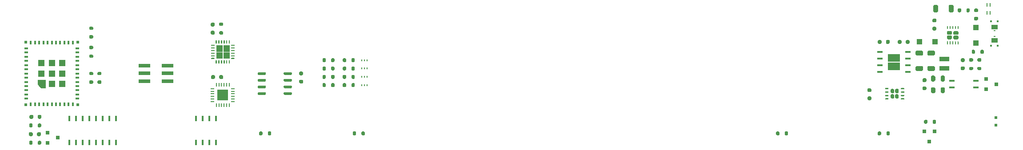
<source format=gtp>
%TF.GenerationSoftware,KiCad,Pcbnew,(5.1.8)-1*%
%TF.CreationDate,2022-07-19T09:06:52+02:00*%
%TF.ProjectId,Hardware,48617264-7761-4726-952e-6b696361645f,rev?*%
%TF.SameCoordinates,Original*%
%TF.FileFunction,Paste,Top*%
%TF.FilePolarity,Positive*%
%FSLAX46Y46*%
G04 Gerber Fmt 4.6, Leading zero omitted, Abs format (unit mm)*
G04 Created by KiCad (PCBNEW (5.1.8)-1) date 2022-07-19 09:06:52*
%MOMM*%
%LPD*%
G01*
G04 APERTURE LIST*
%ADD10C,0.100000*%
%ADD11C,0.010000*%
%ADD12R,0.650240X0.203200*%
%ADD13R,0.203200X0.650240*%
%ADD14R,2.072640X2.072640*%
%ADD15R,1.000000X0.976000*%
%ADD16R,0.976000X1.000000*%
%ADD17R,0.240000X0.640000*%
%ADD18R,0.720000X0.640000*%
%ADD19R,0.320000X0.400000*%
%ADD20R,1.280000X0.880000*%
%ADD21R,0.320000X0.280000*%
%ADD22R,2.240000X0.800000*%
%ADD23R,1.097280X0.386080*%
%ADD24R,1.117600X0.447040*%
%ADD25R,0.447040X1.117600*%
%ADD26R,0.223520X0.406400*%
%ADD27R,0.560000X0.560000*%
%ADD28R,1.160000X1.160000*%
%ADD29R,0.640000X0.320000*%
%ADD30R,0.320000X0.640000*%
%ADD31R,0.640000X0.720000*%
%ADD32R,1.920000X0.840000*%
%ADD33R,0.560000X0.480000*%
G04 APERTURE END LIST*
D10*
%TO.C,U7*%
G36*
X189584000Y-106132300D02*
G01*
X189584000Y-107532500D01*
X191797000Y-107532500D01*
X191797000Y-106132300D01*
X189584000Y-106132300D01*
G37*
X189584000Y-106132300D02*
X189584000Y-107532500D01*
X191797000Y-107532500D01*
X191797000Y-106132300D01*
X189584000Y-106132300D01*
G36*
X189584000Y-107732500D02*
G01*
X189584000Y-109132700D01*
X191797000Y-109132700D01*
X191797000Y-107732500D01*
X189584000Y-107732500D01*
G37*
X189584000Y-107732500D02*
X189584000Y-109132700D01*
X191797000Y-109132700D01*
X191797000Y-107732500D01*
X189584000Y-107732500D01*
%TO.C,U4*%
G36*
X62965000Y-105827500D02*
G01*
X62965000Y-106948300D01*
X64085800Y-106948300D01*
X64085800Y-105827500D01*
X62965000Y-105827500D01*
G37*
X62965000Y-105827500D02*
X62965000Y-106948300D01*
X64085800Y-106948300D01*
X64085800Y-105827500D01*
X62965000Y-105827500D01*
G36*
X62965000Y-104506700D02*
G01*
X62965000Y-105627500D01*
X64085800Y-105627500D01*
X64085800Y-104506700D01*
X62965000Y-104506700D01*
G37*
X62965000Y-104506700D02*
X62965000Y-105627500D01*
X64085800Y-105627500D01*
X64085800Y-104506700D01*
X62965000Y-104506700D01*
G36*
X61644200Y-105827500D02*
G01*
X61644200Y-106948300D01*
X62765000Y-106948300D01*
X62765000Y-105827500D01*
X61644200Y-105827500D01*
G37*
X61644200Y-105827500D02*
X61644200Y-106948300D01*
X62765000Y-106948300D01*
X62765000Y-105827500D01*
X61644200Y-105827500D01*
G36*
X61644200Y-104506700D02*
G01*
X61644200Y-105627500D01*
X62765000Y-105627500D01*
X62765000Y-104506700D01*
X61644200Y-104506700D01*
G37*
X61644200Y-104506700D02*
X61644200Y-105627500D01*
X62765000Y-105627500D01*
X62765000Y-104506700D01*
X61644200Y-104506700D01*
D11*
%TO.C,U2*%
G36*
X29036500Y-111105000D02*
G01*
X29036500Y-112555000D01*
X28186500Y-112555000D01*
X27586500Y-111955000D01*
X27586500Y-111105000D01*
X29036500Y-111105000D01*
G37*
X29036500Y-111105000D02*
X29036500Y-112555000D01*
X28186500Y-112555000D01*
X27586500Y-111955000D01*
X27586500Y-111105000D01*
X29036500Y-111105000D01*
%TD*%
D12*
%TO.C,U5*%
X60922400Y-112731000D03*
X60922400Y-113230999D03*
X60922400Y-113731000D03*
X60922400Y-114231000D03*
X60922400Y-114731001D03*
X60922400Y-115231000D03*
D13*
X61615500Y-115924100D03*
X62115499Y-115924100D03*
X62615500Y-115924100D03*
X63115500Y-115924100D03*
X63615501Y-115924100D03*
X64115500Y-115924100D03*
D12*
X64808600Y-115231000D03*
X64808600Y-114731001D03*
X64808600Y-114231000D03*
X64808600Y-113731000D03*
X64808600Y-113230999D03*
X64808600Y-112731000D03*
D13*
X64115500Y-112037900D03*
X63615501Y-112037900D03*
X63115500Y-112037900D03*
X62615500Y-112037900D03*
X62115499Y-112037900D03*
X61615500Y-112037900D03*
D14*
X62865500Y-113981000D03*
%TD*%
%TO.C,R26*%
G36*
G01*
X39590000Y-110175000D02*
X39150000Y-110175000D01*
G75*
G02*
X38990000Y-110015000I0J160000D01*
G01*
X38990000Y-109695000D01*
G75*
G02*
X39150000Y-109535000I160000J0D01*
G01*
X39590000Y-109535000D01*
G75*
G02*
X39750000Y-109695000I0J-160000D01*
G01*
X39750000Y-110015000D01*
G75*
G02*
X39590000Y-110175000I-160000J0D01*
G01*
G37*
G36*
G01*
X39590000Y-111825000D02*
X39150000Y-111825000D01*
G75*
G02*
X38990000Y-111665000I0J160000D01*
G01*
X38990000Y-111345000D01*
G75*
G02*
X39150000Y-111185000I160000J0D01*
G01*
X39590000Y-111185000D01*
G75*
G02*
X39750000Y-111345000I0J-160000D01*
G01*
X39750000Y-111665000D01*
G75*
G02*
X39590000Y-111825000I-160000J0D01*
G01*
G37*
%TD*%
%TO.C,R25*%
G36*
G01*
X38002500Y-110175000D02*
X37562500Y-110175000D01*
G75*
G02*
X37402500Y-110015000I0J160000D01*
G01*
X37402500Y-109695000D01*
G75*
G02*
X37562500Y-109535000I160000J0D01*
G01*
X38002500Y-109535000D01*
G75*
G02*
X38162500Y-109695000I0J-160000D01*
G01*
X38162500Y-110015000D01*
G75*
G02*
X38002500Y-110175000I-160000J0D01*
G01*
G37*
G36*
G01*
X38002500Y-111825000D02*
X37562500Y-111825000D01*
G75*
G02*
X37402500Y-111665000I0J160000D01*
G01*
X37402500Y-111345000D01*
G75*
G02*
X37562500Y-111185000I160000J0D01*
G01*
X38002500Y-111185000D01*
G75*
G02*
X38162500Y-111345000I0J-160000D01*
G01*
X38162500Y-111665000D01*
G75*
G02*
X38002500Y-111825000I-160000J0D01*
G01*
G37*
%TD*%
D15*
%TO.C,D3*%
X198530000Y-103822500D03*
X195580000Y-103822500D03*
%TD*%
D16*
%TO.C,D2*%
X206375000Y-101063000D03*
X206375000Y-104013000D03*
%TD*%
D17*
%TO.C,L1*%
X208482000Y-96794600D03*
X209042000Y-96794600D03*
X209042000Y-98298000D03*
X208482000Y-98298000D03*
%TD*%
%TO.C,U3*%
G36*
G01*
X189061000Y-112806000D02*
X189061000Y-112686000D01*
G75*
G02*
X189121000Y-112626000I60000J0D01*
G01*
X189641000Y-112626000D01*
G75*
G02*
X189701000Y-112686000I0J-60000D01*
G01*
X189701000Y-112806000D01*
G75*
G02*
X189641000Y-112866000I-60000J0D01*
G01*
X189121000Y-112866000D01*
G75*
G02*
X189061000Y-112806000I0J60000D01*
G01*
G37*
G36*
G01*
X189061000Y-113456000D02*
X189061000Y-113336000D01*
G75*
G02*
X189121000Y-113276000I60000J0D01*
G01*
X189641000Y-113276000D01*
G75*
G02*
X189701000Y-113336000I0J-60000D01*
G01*
X189701000Y-113456000D01*
G75*
G02*
X189641000Y-113516000I-60000J0D01*
G01*
X189121000Y-113516000D01*
G75*
G02*
X189061000Y-113456000I0J60000D01*
G01*
G37*
G36*
G01*
X189061000Y-114106000D02*
X189061000Y-113986000D01*
G75*
G02*
X189121000Y-113926000I60000J0D01*
G01*
X189641000Y-113926000D01*
G75*
G02*
X189701000Y-113986000I0J-60000D01*
G01*
X189701000Y-114106000D01*
G75*
G02*
X189641000Y-114166000I-60000J0D01*
G01*
X189121000Y-114166000D01*
G75*
G02*
X189061000Y-114106000I0J60000D01*
G01*
G37*
G36*
G01*
X189061000Y-114756000D02*
X189061000Y-114636000D01*
G75*
G02*
X189121000Y-114576000I60000J0D01*
G01*
X189641000Y-114576000D01*
G75*
G02*
X189701000Y-114636000I0J-60000D01*
G01*
X189701000Y-114756000D01*
G75*
G02*
X189641000Y-114816000I-60000J0D01*
G01*
X189121000Y-114816000D01*
G75*
G02*
X189061000Y-114756000I0J60000D01*
G01*
G37*
G36*
G01*
X192061000Y-114756000D02*
X192061000Y-114636000D01*
G75*
G02*
X192121000Y-114576000I60000J0D01*
G01*
X192641000Y-114576000D01*
G75*
G02*
X192701000Y-114636000I0J-60000D01*
G01*
X192701000Y-114756000D01*
G75*
G02*
X192641000Y-114816000I-60000J0D01*
G01*
X192121000Y-114816000D01*
G75*
G02*
X192061000Y-114756000I0J60000D01*
G01*
G37*
G36*
G01*
X192061000Y-114106000D02*
X192061000Y-113986000D01*
G75*
G02*
X192121000Y-113926000I60000J0D01*
G01*
X192641000Y-113926000D01*
G75*
G02*
X192701000Y-113986000I0J-60000D01*
G01*
X192701000Y-114106000D01*
G75*
G02*
X192641000Y-114166000I-60000J0D01*
G01*
X192121000Y-114166000D01*
G75*
G02*
X192061000Y-114106000I0J60000D01*
G01*
G37*
G36*
G01*
X192061000Y-113456000D02*
X192061000Y-113336000D01*
G75*
G02*
X192121000Y-113276000I60000J0D01*
G01*
X192641000Y-113276000D01*
G75*
G02*
X192701000Y-113336000I0J-60000D01*
G01*
X192701000Y-113456000D01*
G75*
G02*
X192641000Y-113516000I-60000J0D01*
G01*
X192121000Y-113516000D01*
G75*
G02*
X192061000Y-113456000I0J60000D01*
G01*
G37*
G36*
G01*
X192061000Y-112806000D02*
X192061000Y-112686000D01*
G75*
G02*
X192121000Y-112626000I60000J0D01*
G01*
X192641000Y-112626000D01*
G75*
G02*
X192701000Y-112686000I0J-60000D01*
G01*
X192701000Y-112806000D01*
G75*
G02*
X192641000Y-112866000I-60000J0D01*
G01*
X192121000Y-112866000D01*
G75*
G02*
X192061000Y-112806000I0J60000D01*
G01*
G37*
G36*
G01*
X190111000Y-113453500D02*
X190111000Y-112968500D01*
G75*
G02*
X190283500Y-112796000I172500J0D01*
G01*
X190628500Y-112796000D01*
G75*
G02*
X190801000Y-112968500I0J-172500D01*
G01*
X190801000Y-113453500D01*
G75*
G02*
X190628500Y-113626000I-172500J0D01*
G01*
X190283500Y-113626000D01*
G75*
G02*
X190111000Y-113453500I0J172500D01*
G01*
G37*
G36*
G01*
X190111000Y-114473500D02*
X190111000Y-113988500D01*
G75*
G02*
X190283500Y-113816000I172500J0D01*
G01*
X190628500Y-113816000D01*
G75*
G02*
X190801000Y-113988500I0J-172500D01*
G01*
X190801000Y-114473500D01*
G75*
G02*
X190628500Y-114646000I-172500J0D01*
G01*
X190283500Y-114646000D01*
G75*
G02*
X190111000Y-114473500I0J172500D01*
G01*
G37*
G36*
G01*
X190961000Y-113453500D02*
X190961000Y-112968500D01*
G75*
G02*
X191133500Y-112796000I172500J0D01*
G01*
X191478500Y-112796000D01*
G75*
G02*
X191651000Y-112968500I0J-172500D01*
G01*
X191651000Y-113453500D01*
G75*
G02*
X191478500Y-113626000I-172500J0D01*
G01*
X191133500Y-113626000D01*
G75*
G02*
X190961000Y-113453500I0J172500D01*
G01*
G37*
G36*
G01*
X190961000Y-114473500D02*
X190961000Y-113988500D01*
G75*
G02*
X191133500Y-113816000I172500J0D01*
G01*
X191478500Y-113816000D01*
G75*
G02*
X191651000Y-113988500I0J-172500D01*
G01*
X191651000Y-114473500D01*
G75*
G02*
X191478500Y-114646000I-172500J0D01*
G01*
X191133500Y-114646000D01*
G75*
G02*
X190961000Y-114473500I0J172500D01*
G01*
G37*
%TD*%
%TO.C,U6*%
G36*
G01*
X200980000Y-104295000D02*
X200880000Y-104295000D01*
G75*
G02*
X200830000Y-104245000I0J50000D01*
G01*
X200830000Y-103785000D01*
G75*
G02*
X200880000Y-103735000I50000J0D01*
G01*
X200980000Y-103735000D01*
G75*
G02*
X201030000Y-103785000I0J-50000D01*
G01*
X201030000Y-104245000D01*
G75*
G02*
X200980000Y-104295000I-50000J0D01*
G01*
G37*
G36*
G01*
X201480000Y-104295000D02*
X201380000Y-104295000D01*
G75*
G02*
X201330000Y-104245000I0J50000D01*
G01*
X201330000Y-103785000D01*
G75*
G02*
X201380000Y-103735000I50000J0D01*
G01*
X201480000Y-103735000D01*
G75*
G02*
X201530000Y-103785000I0J-50000D01*
G01*
X201530000Y-104245000D01*
G75*
G02*
X201480000Y-104295000I-50000J0D01*
G01*
G37*
G36*
G01*
X201980000Y-104295000D02*
X201880000Y-104295000D01*
G75*
G02*
X201830000Y-104245000I0J50000D01*
G01*
X201830000Y-103785000D01*
G75*
G02*
X201880000Y-103735000I50000J0D01*
G01*
X201980000Y-103735000D01*
G75*
G02*
X202030000Y-103785000I0J-50000D01*
G01*
X202030000Y-104245000D01*
G75*
G02*
X201980000Y-104295000I-50000J0D01*
G01*
G37*
G36*
G01*
X202480000Y-104295000D02*
X202380000Y-104295000D01*
G75*
G02*
X202330000Y-104245000I0J50000D01*
G01*
X202330000Y-103785000D01*
G75*
G02*
X202380000Y-103735000I50000J0D01*
G01*
X202480000Y-103735000D01*
G75*
G02*
X202530000Y-103785000I0J-50000D01*
G01*
X202530000Y-104245000D01*
G75*
G02*
X202480000Y-104295000I-50000J0D01*
G01*
G37*
G36*
G01*
X202980000Y-104295000D02*
X202880000Y-104295000D01*
G75*
G02*
X202830000Y-104245000I0J50000D01*
G01*
X202830000Y-103785000D01*
G75*
G02*
X202880000Y-103735000I50000J0D01*
G01*
X202980000Y-103735000D01*
G75*
G02*
X203030000Y-103785000I0J-50000D01*
G01*
X203030000Y-104245000D01*
G75*
G02*
X202980000Y-104295000I-50000J0D01*
G01*
G37*
G36*
G01*
X202980000Y-101370000D02*
X202880000Y-101370000D01*
G75*
G02*
X202830000Y-101320000I0J50000D01*
G01*
X202830000Y-100860000D01*
G75*
G02*
X202880000Y-100810000I50000J0D01*
G01*
X202980000Y-100810000D01*
G75*
G02*
X203030000Y-100860000I0J-50000D01*
G01*
X203030000Y-101320000D01*
G75*
G02*
X202980000Y-101370000I-50000J0D01*
G01*
G37*
G36*
G01*
X202480000Y-101370000D02*
X202380000Y-101370000D01*
G75*
G02*
X202330000Y-101320000I0J50000D01*
G01*
X202330000Y-100860000D01*
G75*
G02*
X202380000Y-100810000I50000J0D01*
G01*
X202480000Y-100810000D01*
G75*
G02*
X202530000Y-100860000I0J-50000D01*
G01*
X202530000Y-101320000D01*
G75*
G02*
X202480000Y-101370000I-50000J0D01*
G01*
G37*
G36*
G01*
X201980000Y-101370000D02*
X201880000Y-101370000D01*
G75*
G02*
X201830000Y-101320000I0J50000D01*
G01*
X201830000Y-100860000D01*
G75*
G02*
X201880000Y-100810000I50000J0D01*
G01*
X201980000Y-100810000D01*
G75*
G02*
X202030000Y-100860000I0J-50000D01*
G01*
X202030000Y-101320000D01*
G75*
G02*
X201980000Y-101370000I-50000J0D01*
G01*
G37*
G36*
G01*
X201480000Y-101370000D02*
X201380000Y-101370000D01*
G75*
G02*
X201330000Y-101320000I0J50000D01*
G01*
X201330000Y-100860000D01*
G75*
G02*
X201380000Y-100810000I50000J0D01*
G01*
X201480000Y-100810000D01*
G75*
G02*
X201530000Y-100860000I0J-50000D01*
G01*
X201530000Y-101320000D01*
G75*
G02*
X201480000Y-101370000I-50000J0D01*
G01*
G37*
G36*
G01*
X200980000Y-101370000D02*
X200880000Y-101370000D01*
G75*
G02*
X200830000Y-101320000I0J50000D01*
G01*
X200830000Y-100860000D01*
G75*
G02*
X200880000Y-100810000I50000J0D01*
G01*
X200980000Y-100810000D01*
G75*
G02*
X201030000Y-100860000I0J-50000D01*
G01*
X201030000Y-101320000D01*
G75*
G02*
X200980000Y-101370000I-50000J0D01*
G01*
G37*
G36*
G01*
X201637500Y-103322500D02*
X200972500Y-103322500D01*
G75*
G02*
X200800000Y-103150000I0J172500D01*
G01*
X200800000Y-102805000D01*
G75*
G02*
X200972500Y-102632500I172500J0D01*
G01*
X201637500Y-102632500D01*
G75*
G02*
X201810000Y-102805000I0J-172500D01*
G01*
X201810000Y-103150000D01*
G75*
G02*
X201637500Y-103322500I-172500J0D01*
G01*
G37*
G36*
G01*
X202887500Y-103322500D02*
X202222500Y-103322500D01*
G75*
G02*
X202050000Y-103150000I0J172500D01*
G01*
X202050000Y-102805000D01*
G75*
G02*
X202222500Y-102632500I172500J0D01*
G01*
X202887500Y-102632500D01*
G75*
G02*
X203060000Y-102805000I0J-172500D01*
G01*
X203060000Y-103150000D01*
G75*
G02*
X202887500Y-103322500I-172500J0D01*
G01*
G37*
G36*
G01*
X201637500Y-102472500D02*
X200972500Y-102472500D01*
G75*
G02*
X200800000Y-102300000I0J172500D01*
G01*
X200800000Y-101955000D01*
G75*
G02*
X200972500Y-101782500I172500J0D01*
G01*
X201637500Y-101782500D01*
G75*
G02*
X201810000Y-101955000I0J-172500D01*
G01*
X201810000Y-102300000D01*
G75*
G02*
X201637500Y-102472500I-172500J0D01*
G01*
G37*
G36*
G01*
X202887500Y-102472500D02*
X202222500Y-102472500D01*
G75*
G02*
X202050000Y-102300000I0J172500D01*
G01*
X202050000Y-101955000D01*
G75*
G02*
X202222500Y-101782500I172500J0D01*
G01*
X202887500Y-101782500D01*
G75*
G02*
X203060000Y-101955000I0J-172500D01*
G01*
X203060000Y-102300000D01*
G75*
G02*
X202887500Y-102472500I-172500J0D01*
G01*
G37*
%TD*%
D18*
%TO.C,D5*%
X208280000Y-110934500D03*
X208280000Y-112834500D03*
X210280000Y-111884500D03*
%TD*%
%TO.C,U8*%
G36*
G01*
X74467500Y-109975000D02*
X74467500Y-109735000D01*
G75*
G02*
X74587500Y-109615000I120000J0D01*
G01*
X75907500Y-109615000D01*
G75*
G02*
X76027500Y-109735000I0J-120000D01*
G01*
X76027500Y-109975000D01*
G75*
G02*
X75907500Y-110095000I-120000J0D01*
G01*
X74587500Y-110095000D01*
G75*
G02*
X74467500Y-109975000I0J120000D01*
G01*
G37*
G36*
G01*
X74467500Y-111245000D02*
X74467500Y-111005000D01*
G75*
G02*
X74587500Y-110885000I120000J0D01*
G01*
X75907500Y-110885000D01*
G75*
G02*
X76027500Y-111005000I0J-120000D01*
G01*
X76027500Y-111245000D01*
G75*
G02*
X75907500Y-111365000I-120000J0D01*
G01*
X74587500Y-111365000D01*
G75*
G02*
X74467500Y-111245000I0J120000D01*
G01*
G37*
G36*
G01*
X74467500Y-112515000D02*
X74467500Y-112275000D01*
G75*
G02*
X74587500Y-112155000I120000J0D01*
G01*
X75907500Y-112155000D01*
G75*
G02*
X76027500Y-112275000I0J-120000D01*
G01*
X76027500Y-112515000D01*
G75*
G02*
X75907500Y-112635000I-120000J0D01*
G01*
X74587500Y-112635000D01*
G75*
G02*
X74467500Y-112515000I0J120000D01*
G01*
G37*
G36*
G01*
X74467500Y-113785000D02*
X74467500Y-113545000D01*
G75*
G02*
X74587500Y-113425000I120000J0D01*
G01*
X75907500Y-113425000D01*
G75*
G02*
X76027500Y-113545000I0J-120000D01*
G01*
X76027500Y-113785000D01*
G75*
G02*
X75907500Y-113905000I-120000J0D01*
G01*
X74587500Y-113905000D01*
G75*
G02*
X74467500Y-113785000I0J120000D01*
G01*
G37*
G36*
G01*
X69517500Y-113785000D02*
X69517500Y-113545000D01*
G75*
G02*
X69637500Y-113425000I120000J0D01*
G01*
X70957500Y-113425000D01*
G75*
G02*
X71077500Y-113545000I0J-120000D01*
G01*
X71077500Y-113785000D01*
G75*
G02*
X70957500Y-113905000I-120000J0D01*
G01*
X69637500Y-113905000D01*
G75*
G02*
X69517500Y-113785000I0J120000D01*
G01*
G37*
G36*
G01*
X69517500Y-112515000D02*
X69517500Y-112275000D01*
G75*
G02*
X69637500Y-112155000I120000J0D01*
G01*
X70957500Y-112155000D01*
G75*
G02*
X71077500Y-112275000I0J-120000D01*
G01*
X71077500Y-112515000D01*
G75*
G02*
X70957500Y-112635000I-120000J0D01*
G01*
X69637500Y-112635000D01*
G75*
G02*
X69517500Y-112515000I0J120000D01*
G01*
G37*
G36*
G01*
X69517500Y-111245000D02*
X69517500Y-111005000D01*
G75*
G02*
X69637500Y-110885000I120000J0D01*
G01*
X70957500Y-110885000D01*
G75*
G02*
X71077500Y-111005000I0J-120000D01*
G01*
X71077500Y-111245000D01*
G75*
G02*
X70957500Y-111365000I-120000J0D01*
G01*
X69637500Y-111365000D01*
G75*
G02*
X69517500Y-111245000I0J120000D01*
G01*
G37*
G36*
G01*
X69517500Y-109975000D02*
X69517500Y-109735000D01*
G75*
G02*
X69637500Y-109615000I120000J0D01*
G01*
X70957500Y-109615000D01*
G75*
G02*
X71077500Y-109735000I0J-120000D01*
G01*
X71077500Y-109975000D01*
G75*
G02*
X70957500Y-110095000I-120000J0D01*
G01*
X69637500Y-110095000D01*
G75*
G02*
X69517500Y-109975000I0J120000D01*
G01*
G37*
%TD*%
%TO.C,C14*%
G36*
G01*
X77587500Y-111045000D02*
X77987500Y-111045000D01*
G75*
G02*
X78167500Y-111225000I0J-180000D01*
G01*
X78167500Y-111585000D01*
G75*
G02*
X77987500Y-111765000I-180000J0D01*
G01*
X77587500Y-111765000D01*
G75*
G02*
X77407500Y-111585000I0J180000D01*
G01*
X77407500Y-111225000D01*
G75*
G02*
X77587500Y-111045000I180000J0D01*
G01*
G37*
G36*
G01*
X77587500Y-109495000D02*
X77987500Y-109495000D01*
G75*
G02*
X78167500Y-109675000I0J-180000D01*
G01*
X78167500Y-110035000D01*
G75*
G02*
X77987500Y-110215000I-180000J0D01*
G01*
X77587500Y-110215000D01*
G75*
G02*
X77407500Y-110035000I0J180000D01*
G01*
X77407500Y-109675000D01*
G75*
G02*
X77587500Y-109495000I180000J0D01*
G01*
G37*
%TD*%
%TO.C,R24*%
G36*
G01*
X188280000Y-121065000D02*
X188280000Y-121505000D01*
G75*
G02*
X188120000Y-121665000I-160000J0D01*
G01*
X187800000Y-121665000D01*
G75*
G02*
X187640000Y-121505000I0J160000D01*
G01*
X187640000Y-121065000D01*
G75*
G02*
X187800000Y-120905000I160000J0D01*
G01*
X188120000Y-120905000D01*
G75*
G02*
X188280000Y-121065000I0J-160000D01*
G01*
G37*
G36*
G01*
X189930000Y-121065000D02*
X189930000Y-121505000D01*
G75*
G02*
X189770000Y-121665000I-160000J0D01*
G01*
X189450000Y-121665000D01*
G75*
G02*
X189290000Y-121505000I0J160000D01*
G01*
X189290000Y-121065000D01*
G75*
G02*
X189450000Y-120905000I160000J0D01*
G01*
X189770000Y-120905000D01*
G75*
G02*
X189930000Y-121065000I0J-160000D01*
G01*
G37*
%TD*%
%TO.C,R23*%
G36*
G01*
X168912500Y-121065000D02*
X168912500Y-121505000D01*
G75*
G02*
X168752500Y-121665000I-160000J0D01*
G01*
X168432500Y-121665000D01*
G75*
G02*
X168272500Y-121505000I0J160000D01*
G01*
X168272500Y-121065000D01*
G75*
G02*
X168432500Y-120905000I160000J0D01*
G01*
X168752500Y-120905000D01*
G75*
G02*
X168912500Y-121065000I0J-160000D01*
G01*
G37*
G36*
G01*
X170562500Y-121065000D02*
X170562500Y-121505000D01*
G75*
G02*
X170402500Y-121665000I-160000J0D01*
G01*
X170082500Y-121665000D01*
G75*
G02*
X169922500Y-121505000I0J160000D01*
G01*
X169922500Y-121065000D01*
G75*
G02*
X170082500Y-120905000I160000J0D01*
G01*
X170402500Y-120905000D01*
G75*
G02*
X170562500Y-121065000I0J-160000D01*
G01*
G37*
%TD*%
%TO.C,R22*%
G36*
G01*
X88267500Y-121065000D02*
X88267500Y-121505000D01*
G75*
G02*
X88107500Y-121665000I-160000J0D01*
G01*
X87787500Y-121665000D01*
G75*
G02*
X87627500Y-121505000I0J160000D01*
G01*
X87627500Y-121065000D01*
G75*
G02*
X87787500Y-120905000I160000J0D01*
G01*
X88107500Y-120905000D01*
G75*
G02*
X88267500Y-121065000I0J-160000D01*
G01*
G37*
G36*
G01*
X89917500Y-121065000D02*
X89917500Y-121505000D01*
G75*
G02*
X89757500Y-121665000I-160000J0D01*
G01*
X89437500Y-121665000D01*
G75*
G02*
X89277500Y-121505000I0J160000D01*
G01*
X89277500Y-121065000D01*
G75*
G02*
X89437500Y-120905000I160000J0D01*
G01*
X89757500Y-120905000D01*
G75*
G02*
X89917500Y-121065000I0J-160000D01*
G01*
G37*
%TD*%
%TO.C,R21*%
G36*
G01*
X70425000Y-121065000D02*
X70425000Y-121505000D01*
G75*
G02*
X70265000Y-121665000I-160000J0D01*
G01*
X69945000Y-121665000D01*
G75*
G02*
X69785000Y-121505000I0J160000D01*
G01*
X69785000Y-121065000D01*
G75*
G02*
X69945000Y-120905000I160000J0D01*
G01*
X70265000Y-120905000D01*
G75*
G02*
X70425000Y-121065000I0J-160000D01*
G01*
G37*
G36*
G01*
X72075000Y-121065000D02*
X72075000Y-121505000D01*
G75*
G02*
X71915000Y-121665000I-160000J0D01*
G01*
X71595000Y-121665000D01*
G75*
G02*
X71435000Y-121505000I0J160000D01*
G01*
X71435000Y-121065000D01*
G75*
G02*
X71595000Y-120905000I160000J0D01*
G01*
X71915000Y-120905000D01*
G75*
G02*
X72075000Y-121065000I0J-160000D01*
G01*
G37*
%TD*%
D19*
%TO.C,D7*%
X210517500Y-99915000D03*
X209217500Y-99915000D03*
D20*
X209867500Y-100965000D03*
D21*
X209867500Y-101690000D03*
%TD*%
D19*
%TO.C,D4*%
X209217500Y-104555000D03*
X210517500Y-104555000D03*
D20*
X209867500Y-103505000D03*
D21*
X209867500Y-102780000D03*
%TD*%
%TO.C,R16*%
G36*
G01*
X199615000Y-111167502D02*
X199615000Y-110447498D01*
G75*
G02*
X199814998Y-110247500I199998J0D01*
G01*
X200235002Y-110247500D01*
G75*
G02*
X200435000Y-110447498I0J-199998D01*
G01*
X200435000Y-111167502D01*
G75*
G02*
X200235002Y-111367500I-199998J0D01*
G01*
X199814998Y-111367500D01*
G75*
G02*
X199615000Y-111167502I0J199998D01*
G01*
G37*
G36*
G01*
X197790000Y-111167502D02*
X197790000Y-110447498D01*
G75*
G02*
X197989998Y-110247500I199998J0D01*
G01*
X198410002Y-110247500D01*
G75*
G02*
X198610000Y-110447498I0J-199998D01*
G01*
X198610000Y-111167502D01*
G75*
G02*
X198410002Y-111367500I-199998J0D01*
G01*
X197989998Y-111367500D01*
G75*
G02*
X197790000Y-111167502I0J199998D01*
G01*
G37*
%TD*%
%TO.C,R15*%
G36*
G01*
X198610000Y-112669998D02*
X198610000Y-113390002D01*
G75*
G02*
X198410002Y-113590000I-199998J0D01*
G01*
X197989998Y-113590000D01*
G75*
G02*
X197790000Y-113390002I0J199998D01*
G01*
X197790000Y-112669998D01*
G75*
G02*
X197989998Y-112470000I199998J0D01*
G01*
X198410002Y-112470000D01*
G75*
G02*
X198610000Y-112669998I0J-199998D01*
G01*
G37*
G36*
G01*
X200435000Y-112669998D02*
X200435000Y-113390002D01*
G75*
G02*
X200235002Y-113590000I-199998J0D01*
G01*
X199814998Y-113590000D01*
G75*
G02*
X199615000Y-113390002I0J199998D01*
G01*
X199615000Y-112669998D01*
G75*
G02*
X199814998Y-112470000I199998J0D01*
G01*
X200235002Y-112470000D01*
G75*
G02*
X200435000Y-112669998I0J-199998D01*
G01*
G37*
%TD*%
D22*
%TO.C,LED1*%
X52366100Y-111339999D03*
X52366100Y-109840000D03*
X52366100Y-108340001D03*
X47963900Y-108340001D03*
X47963900Y-109840000D03*
X47963900Y-111339999D03*
%TD*%
D23*
%TO.C,U7*%
X188023500Y-105727500D03*
X188023500Y-106997500D03*
X188023500Y-108267500D03*
X188023500Y-109537500D03*
X193357500Y-109537500D03*
X193357500Y-108267500D03*
X193357500Y-106997500D03*
X193357500Y-105727500D03*
%TD*%
D24*
%TO.C,SW1*%
X201768000Y-111252000D03*
X201768000Y-112522000D03*
X206375000Y-112522000D03*
X206375000Y-111252000D03*
%TD*%
D25*
%TO.C,SW3*%
X57785000Y-123034500D03*
X59055000Y-123034500D03*
X60325000Y-123034500D03*
X61595000Y-123034500D03*
X61595000Y-118427500D03*
X60325000Y-118427500D03*
X59055000Y-118427500D03*
X57785000Y-118427500D03*
%TD*%
%TO.C,C12*%
G36*
G01*
X189213500Y-104022500D02*
X189213500Y-103622500D01*
G75*
G02*
X189393500Y-103442500I180000J0D01*
G01*
X189753500Y-103442500D01*
G75*
G02*
X189933500Y-103622500I0J-180000D01*
G01*
X189933500Y-104022500D01*
G75*
G02*
X189753500Y-104202500I-180000J0D01*
G01*
X189393500Y-104202500D01*
G75*
G02*
X189213500Y-104022500I0J180000D01*
G01*
G37*
G36*
G01*
X187663500Y-104022500D02*
X187663500Y-103622500D01*
G75*
G02*
X187843500Y-103442500I180000J0D01*
G01*
X188203500Y-103442500D01*
G75*
G02*
X188383500Y-103622500I0J-180000D01*
G01*
X188383500Y-104022500D01*
G75*
G02*
X188203500Y-104202500I-180000J0D01*
G01*
X187843500Y-104202500D01*
G75*
G02*
X187663500Y-104022500I0J180000D01*
G01*
G37*
%TD*%
%TO.C,C11*%
G36*
G01*
X192167500Y-103622500D02*
X192167500Y-104022500D01*
G75*
G02*
X191987500Y-104202500I-180000J0D01*
G01*
X191627500Y-104202500D01*
G75*
G02*
X191447500Y-104022500I0J180000D01*
G01*
X191447500Y-103622500D01*
G75*
G02*
X191627500Y-103442500I180000J0D01*
G01*
X191987500Y-103442500D01*
G75*
G02*
X192167500Y-103622500I0J-180000D01*
G01*
G37*
G36*
G01*
X193717500Y-103622500D02*
X193717500Y-104022500D01*
G75*
G02*
X193537500Y-104202500I-180000J0D01*
G01*
X193177500Y-104202500D01*
G75*
G02*
X192997500Y-104022500I0J180000D01*
G01*
X192997500Y-103622500D01*
G75*
G02*
X193177500Y-103442500I180000J0D01*
G01*
X193537500Y-103442500D01*
G75*
G02*
X193717500Y-103622500I0J-180000D01*
G01*
G37*
%TD*%
%TO.C,C10*%
G36*
G01*
X198322501Y-106412500D02*
X197282499Y-106412500D01*
G75*
G02*
X197082500Y-106212501I0J199999D01*
G01*
X197082500Y-105692499D01*
G75*
G02*
X197282499Y-105492500I199999J0D01*
G01*
X198322501Y-105492500D01*
G75*
G02*
X198522500Y-105692499I0J-199999D01*
G01*
X198522500Y-106212501D01*
G75*
G02*
X198322501Y-106412500I-199999J0D01*
G01*
G37*
G36*
G01*
X198322501Y-109362500D02*
X197282499Y-109362500D01*
G75*
G02*
X197082500Y-109162501I0J199999D01*
G01*
X197082500Y-108642499D01*
G75*
G02*
X197282499Y-108442500I199999J0D01*
G01*
X198322501Y-108442500D01*
G75*
G02*
X198522500Y-108642499I0J-199999D01*
G01*
X198522500Y-109162501D01*
G75*
G02*
X198322501Y-109362500I-199999J0D01*
G01*
G37*
%TD*%
%TO.C,C6*%
G36*
G01*
X61357500Y-110353500D02*
X61357500Y-110753500D01*
G75*
G02*
X61177500Y-110933500I-180000J0D01*
G01*
X60817500Y-110933500D01*
G75*
G02*
X60637500Y-110753500I0J180000D01*
G01*
X60637500Y-110353500D01*
G75*
G02*
X60817500Y-110173500I180000J0D01*
G01*
X61177500Y-110173500D01*
G75*
G02*
X61357500Y-110353500I0J-180000D01*
G01*
G37*
G36*
G01*
X62907500Y-110353500D02*
X62907500Y-110753500D01*
G75*
G02*
X62727500Y-110933500I-180000J0D01*
G01*
X62367500Y-110933500D01*
G75*
G02*
X62187500Y-110753500I0J180000D01*
G01*
X62187500Y-110353500D01*
G75*
G02*
X62367500Y-110173500I180000J0D01*
G01*
X62727500Y-110173500D01*
G75*
G02*
X62907500Y-110353500I0J-180000D01*
G01*
G37*
%TD*%
%TO.C,SW2*%
X33655000Y-123034500D03*
X34925000Y-123034500D03*
X36195000Y-123034500D03*
X37465000Y-123034500D03*
X38735000Y-123034500D03*
X40005000Y-123034500D03*
X41275000Y-123034500D03*
X42545000Y-123034500D03*
X42545000Y-118427500D03*
X41275000Y-118427500D03*
X40005000Y-118427500D03*
X38735000Y-118427500D03*
X37465000Y-118427500D03*
X36195000Y-118427500D03*
X34925000Y-118427500D03*
X33655000Y-118427500D03*
%TD*%
D18*
%TO.C,U1*%
X31464000Y-122113000D03*
X29464000Y-123063000D03*
X29464000Y-121163000D03*
%TD*%
%TO.C,R10*%
G36*
G01*
X26609000Y-122843000D02*
X26609000Y-123283000D01*
G75*
G02*
X26449000Y-123443000I-160000J0D01*
G01*
X26129000Y-123443000D01*
G75*
G02*
X25969000Y-123283000I0J160000D01*
G01*
X25969000Y-122843000D01*
G75*
G02*
X26129000Y-122683000I160000J0D01*
G01*
X26449000Y-122683000D01*
G75*
G02*
X26609000Y-122843000I0J-160000D01*
G01*
G37*
G36*
G01*
X28259000Y-122843000D02*
X28259000Y-123283000D01*
G75*
G02*
X28099000Y-123443000I-160000J0D01*
G01*
X27779000Y-123443000D01*
G75*
G02*
X27619000Y-123283000I0J160000D01*
G01*
X27619000Y-122843000D01*
G75*
G02*
X27779000Y-122683000I160000J0D01*
G01*
X28099000Y-122683000D01*
G75*
G02*
X28259000Y-122843000I0J-160000D01*
G01*
G37*
%TD*%
%TO.C,R5*%
G36*
G01*
X38002500Y-101540000D02*
X37562500Y-101540000D01*
G75*
G02*
X37402500Y-101380000I0J160000D01*
G01*
X37402500Y-101060000D01*
G75*
G02*
X37562500Y-100900000I160000J0D01*
G01*
X38002500Y-100900000D01*
G75*
G02*
X38162500Y-101060000I0J-160000D01*
G01*
X38162500Y-101380000D01*
G75*
G02*
X38002500Y-101540000I-160000J0D01*
G01*
G37*
G36*
G01*
X38002500Y-103190000D02*
X37562500Y-103190000D01*
G75*
G02*
X37402500Y-103030000I0J160000D01*
G01*
X37402500Y-102710000D01*
G75*
G02*
X37562500Y-102550000I160000J0D01*
G01*
X38002500Y-102550000D01*
G75*
G02*
X38162500Y-102710000I0J-160000D01*
G01*
X38162500Y-103030000D01*
G75*
G02*
X38002500Y-103190000I-160000J0D01*
G01*
G37*
%TD*%
%TO.C,R13*%
G36*
G01*
X37562500Y-106232500D02*
X38002500Y-106232500D01*
G75*
G02*
X38162500Y-106392500I0J-160000D01*
G01*
X38162500Y-106712500D01*
G75*
G02*
X38002500Y-106872500I-160000J0D01*
G01*
X37562500Y-106872500D01*
G75*
G02*
X37402500Y-106712500I0J160000D01*
G01*
X37402500Y-106392500D01*
G75*
G02*
X37562500Y-106232500I160000J0D01*
G01*
G37*
G36*
G01*
X37562500Y-104582500D02*
X38002500Y-104582500D01*
G75*
G02*
X38162500Y-104742500I0J-160000D01*
G01*
X38162500Y-105062500D01*
G75*
G02*
X38002500Y-105222500I-160000J0D01*
G01*
X37562500Y-105222500D01*
G75*
G02*
X37402500Y-105062500I0J160000D01*
G01*
X37402500Y-104742500D01*
G75*
G02*
X37562500Y-104582500I160000J0D01*
G01*
G37*
%TD*%
%TO.C,C5*%
G36*
G01*
X196332500Y-112315000D02*
X196732500Y-112315000D01*
G75*
G02*
X196912500Y-112495000I0J-180000D01*
G01*
X196912500Y-112855000D01*
G75*
G02*
X196732500Y-113035000I-180000J0D01*
G01*
X196332500Y-113035000D01*
G75*
G02*
X196152500Y-112855000I0J180000D01*
G01*
X196152500Y-112495000D01*
G75*
G02*
X196332500Y-112315000I180000J0D01*
G01*
G37*
G36*
G01*
X196332500Y-110765000D02*
X196732500Y-110765000D01*
G75*
G02*
X196912500Y-110945000I0J-180000D01*
G01*
X196912500Y-111305000D01*
G75*
G02*
X196732500Y-111485000I-180000J0D01*
G01*
X196332500Y-111485000D01*
G75*
G02*
X196152500Y-111305000I0J180000D01*
G01*
X196152500Y-110945000D01*
G75*
G02*
X196332500Y-110765000I180000J0D01*
G01*
G37*
%TD*%
%TO.C,C4*%
G36*
G01*
X186255000Y-113390000D02*
X185855000Y-113390000D01*
G75*
G02*
X185675000Y-113210000I0J180000D01*
G01*
X185675000Y-112850000D01*
G75*
G02*
X185855000Y-112670000I180000J0D01*
G01*
X186255000Y-112670000D01*
G75*
G02*
X186435000Y-112850000I0J-180000D01*
G01*
X186435000Y-113210000D01*
G75*
G02*
X186255000Y-113390000I-180000J0D01*
G01*
G37*
G36*
G01*
X186255000Y-114940000D02*
X185855000Y-114940000D01*
G75*
G02*
X185675000Y-114760000I0J180000D01*
G01*
X185675000Y-114400000D01*
G75*
G02*
X185855000Y-114220000I180000J0D01*
G01*
X186255000Y-114220000D01*
G75*
G02*
X186435000Y-114400000I0J-180000D01*
G01*
X186435000Y-114760000D01*
G75*
G02*
X186255000Y-114940000I-180000J0D01*
G01*
G37*
%TD*%
D26*
%TO.C,Q3*%
X89352501Y-108889800D03*
X89852500Y-108889800D03*
X90352499Y-108889800D03*
X90352499Y-107315000D03*
X89852500Y-107315000D03*
X89352501Y-107315000D03*
%TD*%
%TO.C,Q1*%
X89352501Y-112064800D03*
X89852500Y-112064800D03*
X90352499Y-112064800D03*
X90352499Y-110490000D03*
X89852500Y-110490000D03*
X89352501Y-110490000D03*
%TD*%
%TO.C,F1*%
G36*
G01*
X206170000Y-97452500D02*
X206580000Y-97452500D01*
G75*
G02*
X206755000Y-97627500I0J-175000D01*
G01*
X206755000Y-97977500D01*
G75*
G02*
X206580000Y-98152500I-175000J0D01*
G01*
X206170000Y-98152500D01*
G75*
G02*
X205995000Y-97977500I0J175000D01*
G01*
X205995000Y-97627500D01*
G75*
G02*
X206170000Y-97452500I175000J0D01*
G01*
G37*
G36*
G01*
X206170000Y-99027500D02*
X206580000Y-99027500D01*
G75*
G02*
X206755000Y-99202500I0J-175000D01*
G01*
X206755000Y-99552500D01*
G75*
G02*
X206580000Y-99727500I-175000J0D01*
G01*
X206170000Y-99727500D01*
G75*
G02*
X205995000Y-99552500I0J175000D01*
G01*
X205995000Y-99202500D01*
G75*
G02*
X206170000Y-99027500I175000J0D01*
G01*
G37*
%TD*%
%TO.C,U4*%
G36*
G01*
X61234320Y-104579100D02*
X60685680Y-104579100D01*
G75*
G02*
X60634880Y-104528300I0J50800D01*
G01*
X60634880Y-104426700D01*
G75*
G02*
X60685680Y-104375900I50800J0D01*
G01*
X61234320Y-104375900D01*
G75*
G02*
X61285120Y-104426700I0J-50800D01*
G01*
X61285120Y-104528300D01*
G75*
G02*
X61234320Y-104579100I-50800J0D01*
G01*
G37*
G36*
G01*
X61234320Y-105079099D02*
X60685680Y-105079099D01*
G75*
G02*
X60634880Y-105028299I0J50800D01*
G01*
X60634880Y-104926699D01*
G75*
G02*
X60685680Y-104875899I50800J0D01*
G01*
X61234320Y-104875899D01*
G75*
G02*
X61285120Y-104926699I0J-50800D01*
G01*
X61285120Y-105028299D01*
G75*
G02*
X61234320Y-105079099I-50800J0D01*
G01*
G37*
G36*
G01*
X61234320Y-105579100D02*
X60685680Y-105579100D01*
G75*
G02*
X60634880Y-105528300I0J50800D01*
G01*
X60634880Y-105426700D01*
G75*
G02*
X60685680Y-105375900I50800J0D01*
G01*
X61234320Y-105375900D01*
G75*
G02*
X61285120Y-105426700I0J-50800D01*
G01*
X61285120Y-105528300D01*
G75*
G02*
X61234320Y-105579100I-50800J0D01*
G01*
G37*
G36*
G01*
X61234320Y-106079100D02*
X60685680Y-106079100D01*
G75*
G02*
X60634880Y-106028300I0J50800D01*
G01*
X60634880Y-105926700D01*
G75*
G02*
X60685680Y-105875900I50800J0D01*
G01*
X61234320Y-105875900D01*
G75*
G02*
X61285120Y-105926700I0J-50800D01*
G01*
X61285120Y-106028300D01*
G75*
G02*
X61234320Y-106079100I-50800J0D01*
G01*
G37*
G36*
G01*
X61234320Y-106579101D02*
X60685680Y-106579101D01*
G75*
G02*
X60634880Y-106528301I0J50800D01*
G01*
X60634880Y-106426701D01*
G75*
G02*
X60685680Y-106375901I50800J0D01*
G01*
X61234320Y-106375901D01*
G75*
G02*
X61285120Y-106426701I0J-50800D01*
G01*
X61285120Y-106528301D01*
G75*
G02*
X61234320Y-106579101I-50800J0D01*
G01*
G37*
G36*
G01*
X61234320Y-107079100D02*
X60685680Y-107079100D01*
G75*
G02*
X60634880Y-107028300I0J50800D01*
G01*
X60634880Y-106926700D01*
G75*
G02*
X60685680Y-106875900I50800J0D01*
G01*
X61234320Y-106875900D01*
G75*
G02*
X61285120Y-106926700I0J-50800D01*
G01*
X61285120Y-107028300D01*
G75*
G02*
X61234320Y-107079100I-50800J0D01*
G01*
G37*
G36*
G01*
X61513400Y-107906820D02*
X61513400Y-107358180D01*
G75*
G02*
X61564200Y-107307380I50800J0D01*
G01*
X61665800Y-107307380D01*
G75*
G02*
X61716600Y-107358180I0J-50800D01*
G01*
X61716600Y-107906820D01*
G75*
G02*
X61665800Y-107957620I-50800J0D01*
G01*
X61564200Y-107957620D01*
G75*
G02*
X61513400Y-107906820I0J50800D01*
G01*
G37*
G36*
G01*
X62013399Y-107906820D02*
X62013399Y-107358180D01*
G75*
G02*
X62064199Y-107307380I50800J0D01*
G01*
X62165799Y-107307380D01*
G75*
G02*
X62216599Y-107358180I0J-50800D01*
G01*
X62216599Y-107906820D01*
G75*
G02*
X62165799Y-107957620I-50800J0D01*
G01*
X62064199Y-107957620D01*
G75*
G02*
X62013399Y-107906820I0J50800D01*
G01*
G37*
G36*
G01*
X62513400Y-107906820D02*
X62513400Y-107358180D01*
G75*
G02*
X62564200Y-107307380I50800J0D01*
G01*
X62665800Y-107307380D01*
G75*
G02*
X62716600Y-107358180I0J-50800D01*
G01*
X62716600Y-107906820D01*
G75*
G02*
X62665800Y-107957620I-50800J0D01*
G01*
X62564200Y-107957620D01*
G75*
G02*
X62513400Y-107906820I0J50800D01*
G01*
G37*
G36*
G01*
X63013400Y-107906820D02*
X63013400Y-107358180D01*
G75*
G02*
X63064200Y-107307380I50800J0D01*
G01*
X63165800Y-107307380D01*
G75*
G02*
X63216600Y-107358180I0J-50800D01*
G01*
X63216600Y-107906820D01*
G75*
G02*
X63165800Y-107957620I-50800J0D01*
G01*
X63064200Y-107957620D01*
G75*
G02*
X63013400Y-107906820I0J50800D01*
G01*
G37*
G36*
G01*
X63513401Y-107906820D02*
X63513401Y-107358180D01*
G75*
G02*
X63564201Y-107307380I50800J0D01*
G01*
X63665801Y-107307380D01*
G75*
G02*
X63716601Y-107358180I0J-50800D01*
G01*
X63716601Y-107906820D01*
G75*
G02*
X63665801Y-107957620I-50800J0D01*
G01*
X63564201Y-107957620D01*
G75*
G02*
X63513401Y-107906820I0J50800D01*
G01*
G37*
G36*
G01*
X64013400Y-107906820D02*
X64013400Y-107358180D01*
G75*
G02*
X64064200Y-107307380I50800J0D01*
G01*
X64165800Y-107307380D01*
G75*
G02*
X64216600Y-107358180I0J-50800D01*
G01*
X64216600Y-107906820D01*
G75*
G02*
X64165800Y-107957620I-50800J0D01*
G01*
X64064200Y-107957620D01*
G75*
G02*
X64013400Y-107906820I0J50800D01*
G01*
G37*
G36*
G01*
X65044320Y-107079100D02*
X64495680Y-107079100D01*
G75*
G02*
X64444880Y-107028300I0J50800D01*
G01*
X64444880Y-106926700D01*
G75*
G02*
X64495680Y-106875900I50800J0D01*
G01*
X65044320Y-106875900D01*
G75*
G02*
X65095120Y-106926700I0J-50800D01*
G01*
X65095120Y-107028300D01*
G75*
G02*
X65044320Y-107079100I-50800J0D01*
G01*
G37*
G36*
G01*
X65044320Y-106579101D02*
X64495680Y-106579101D01*
G75*
G02*
X64444880Y-106528301I0J50800D01*
G01*
X64444880Y-106426701D01*
G75*
G02*
X64495680Y-106375901I50800J0D01*
G01*
X65044320Y-106375901D01*
G75*
G02*
X65095120Y-106426701I0J-50800D01*
G01*
X65095120Y-106528301D01*
G75*
G02*
X65044320Y-106579101I-50800J0D01*
G01*
G37*
G36*
G01*
X65044320Y-106079100D02*
X64495680Y-106079100D01*
G75*
G02*
X64444880Y-106028300I0J50800D01*
G01*
X64444880Y-105926700D01*
G75*
G02*
X64495680Y-105875900I50800J0D01*
G01*
X65044320Y-105875900D01*
G75*
G02*
X65095120Y-105926700I0J-50800D01*
G01*
X65095120Y-106028300D01*
G75*
G02*
X65044320Y-106079100I-50800J0D01*
G01*
G37*
G36*
G01*
X65044320Y-105579100D02*
X64495680Y-105579100D01*
G75*
G02*
X64444880Y-105528300I0J50800D01*
G01*
X64444880Y-105426700D01*
G75*
G02*
X64495680Y-105375900I50800J0D01*
G01*
X65044320Y-105375900D01*
G75*
G02*
X65095120Y-105426700I0J-50800D01*
G01*
X65095120Y-105528300D01*
G75*
G02*
X65044320Y-105579100I-50800J0D01*
G01*
G37*
G36*
G01*
X65044320Y-105079099D02*
X64495680Y-105079099D01*
G75*
G02*
X64444880Y-105028299I0J50800D01*
G01*
X64444880Y-104926699D01*
G75*
G02*
X64495680Y-104875899I50800J0D01*
G01*
X65044320Y-104875899D01*
G75*
G02*
X65095120Y-104926699I0J-50800D01*
G01*
X65095120Y-105028299D01*
G75*
G02*
X65044320Y-105079099I-50800J0D01*
G01*
G37*
G36*
G01*
X65044320Y-104579100D02*
X64495680Y-104579100D01*
G75*
G02*
X64444880Y-104528300I0J50800D01*
G01*
X64444880Y-104426700D01*
G75*
G02*
X64495680Y-104375900I50800J0D01*
G01*
X65044320Y-104375900D01*
G75*
G02*
X65095120Y-104426700I0J-50800D01*
G01*
X65095120Y-104528300D01*
G75*
G02*
X65044320Y-104579100I-50800J0D01*
G01*
G37*
G36*
G01*
X64013400Y-104096820D02*
X64013400Y-103548180D01*
G75*
G02*
X64064200Y-103497380I50800J0D01*
G01*
X64165800Y-103497380D01*
G75*
G02*
X64216600Y-103548180I0J-50800D01*
G01*
X64216600Y-104096820D01*
G75*
G02*
X64165800Y-104147620I-50800J0D01*
G01*
X64064200Y-104147620D01*
G75*
G02*
X64013400Y-104096820I0J50800D01*
G01*
G37*
G36*
G01*
X63513401Y-104096820D02*
X63513401Y-103548180D01*
G75*
G02*
X63564201Y-103497380I50800J0D01*
G01*
X63665801Y-103497380D01*
G75*
G02*
X63716601Y-103548180I0J-50800D01*
G01*
X63716601Y-104096820D01*
G75*
G02*
X63665801Y-104147620I-50800J0D01*
G01*
X63564201Y-104147620D01*
G75*
G02*
X63513401Y-104096820I0J50800D01*
G01*
G37*
G36*
G01*
X63013400Y-104096820D02*
X63013400Y-103548180D01*
G75*
G02*
X63064200Y-103497380I50800J0D01*
G01*
X63165800Y-103497380D01*
G75*
G02*
X63216600Y-103548180I0J-50800D01*
G01*
X63216600Y-104096820D01*
G75*
G02*
X63165800Y-104147620I-50800J0D01*
G01*
X63064200Y-104147620D01*
G75*
G02*
X63013400Y-104096820I0J50800D01*
G01*
G37*
G36*
G01*
X62513400Y-104096820D02*
X62513400Y-103548180D01*
G75*
G02*
X62564200Y-103497380I50800J0D01*
G01*
X62665800Y-103497380D01*
G75*
G02*
X62716600Y-103548180I0J-50800D01*
G01*
X62716600Y-104096820D01*
G75*
G02*
X62665800Y-104147620I-50800J0D01*
G01*
X62564200Y-104147620D01*
G75*
G02*
X62513400Y-104096820I0J50800D01*
G01*
G37*
G36*
G01*
X62013399Y-104096820D02*
X62013399Y-103548180D01*
G75*
G02*
X62064199Y-103497380I50800J0D01*
G01*
X62165799Y-103497380D01*
G75*
G02*
X62216599Y-103548180I0J-50800D01*
G01*
X62216599Y-104096820D01*
G75*
G02*
X62165799Y-104147620I-50800J0D01*
G01*
X62064199Y-104147620D01*
G75*
G02*
X62013399Y-104096820I0J50800D01*
G01*
G37*
G36*
G01*
X61513400Y-104096820D02*
X61513400Y-103548180D01*
G75*
G02*
X61564200Y-103497380I50800J0D01*
G01*
X61665800Y-103497380D01*
G75*
G02*
X61716600Y-103548180I0J-50800D01*
G01*
X61716600Y-104096820D01*
G75*
G02*
X61665800Y-104147620I-50800J0D01*
G01*
X61564200Y-104147620D01*
G75*
G02*
X61513400Y-104096820I0J50800D01*
G01*
G37*
%TD*%
D27*
%TO.C,U2*%
X25336500Y-103905000D03*
X35236500Y-103905000D03*
X35236500Y-115805000D03*
X25336500Y-115805000D03*
D28*
X30286500Y-107880000D03*
X32261500Y-107880000D03*
X32261500Y-109855000D03*
X32261500Y-111830000D03*
X30286500Y-111830000D03*
X28311500Y-109855000D03*
X28311500Y-107880000D03*
X30286500Y-109855000D03*
D29*
X25386500Y-114655000D03*
X25386500Y-113855000D03*
X25386500Y-113055000D03*
X25386500Y-112255000D03*
X25386500Y-111455000D03*
X25386500Y-110655000D03*
X25386500Y-109855000D03*
X25386500Y-109055000D03*
X25386500Y-108255000D03*
X25386500Y-107455000D03*
X25386500Y-106655000D03*
X25386500Y-105855000D03*
X25386500Y-105055000D03*
D30*
X26286500Y-103955000D03*
X27086500Y-103955000D03*
X27886500Y-103955000D03*
X28686500Y-103955000D03*
X29486500Y-103955000D03*
X30286500Y-103955000D03*
X31086500Y-103955000D03*
X31886500Y-103955000D03*
X32686500Y-103955000D03*
X33486500Y-103955000D03*
X34286500Y-103955000D03*
D29*
X35186500Y-105055000D03*
X35186500Y-105855000D03*
X35186500Y-106655000D03*
X35186500Y-107455000D03*
X35186500Y-108255000D03*
X35186500Y-109055000D03*
X35186500Y-109855000D03*
X35186500Y-110655000D03*
X35186500Y-111455000D03*
X35186500Y-112255000D03*
X35186500Y-113055000D03*
X35186500Y-113855000D03*
X35186500Y-114655000D03*
D30*
X34286500Y-115755000D03*
X33486500Y-115755000D03*
X32686500Y-115755000D03*
X31886500Y-115755000D03*
X31086500Y-115755000D03*
X30286500Y-115755000D03*
X29486500Y-115755000D03*
X28686500Y-115755000D03*
X27886500Y-115755000D03*
X27086500Y-115755000D03*
X26286500Y-115755000D03*
%TD*%
%TO.C,R20*%
G36*
G01*
X206790000Y-108581500D02*
X207230000Y-108581500D01*
G75*
G02*
X207390000Y-108741500I0J-160000D01*
G01*
X207390000Y-109061500D01*
G75*
G02*
X207230000Y-109221500I-160000J0D01*
G01*
X206790000Y-109221500D01*
G75*
G02*
X206630000Y-109061500I0J160000D01*
G01*
X206630000Y-108741500D01*
G75*
G02*
X206790000Y-108581500I160000J0D01*
G01*
G37*
G36*
G01*
X206790000Y-106931500D02*
X207230000Y-106931500D01*
G75*
G02*
X207390000Y-107091500I0J-160000D01*
G01*
X207390000Y-107411500D01*
G75*
G02*
X207230000Y-107571500I-160000J0D01*
G01*
X206790000Y-107571500D01*
G75*
G02*
X206630000Y-107411500I0J160000D01*
G01*
X206630000Y-107091500D01*
G75*
G02*
X206790000Y-106931500I160000J0D01*
G01*
G37*
%TD*%
%TO.C,R19*%
G36*
G01*
X204530000Y-98010000D02*
X204530000Y-97570000D01*
G75*
G02*
X204690000Y-97410000I160000J0D01*
G01*
X205010000Y-97410000D01*
G75*
G02*
X205170000Y-97570000I0J-160000D01*
G01*
X205170000Y-98010000D01*
G75*
G02*
X205010000Y-98170000I-160000J0D01*
G01*
X204690000Y-98170000D01*
G75*
G02*
X204530000Y-98010000I0J160000D01*
G01*
G37*
G36*
G01*
X202880000Y-98010000D02*
X202880000Y-97570000D01*
G75*
G02*
X203040000Y-97410000I160000J0D01*
G01*
X203360000Y-97410000D01*
G75*
G02*
X203520000Y-97570000I0J-160000D01*
G01*
X203520000Y-98010000D01*
G75*
G02*
X203360000Y-98170000I-160000J0D01*
G01*
X203040000Y-98170000D01*
G75*
G02*
X202880000Y-98010000I0J160000D01*
G01*
G37*
%TD*%
%TO.C,R18*%
G36*
G01*
X205642500Y-107572500D02*
X205202500Y-107572500D01*
G75*
G02*
X205042500Y-107412500I0J160000D01*
G01*
X205042500Y-107092500D01*
G75*
G02*
X205202500Y-106932500I160000J0D01*
G01*
X205642500Y-106932500D01*
G75*
G02*
X205802500Y-107092500I0J-160000D01*
G01*
X205802500Y-107412500D01*
G75*
G02*
X205642500Y-107572500I-160000J0D01*
G01*
G37*
G36*
G01*
X205642500Y-109222500D02*
X205202500Y-109222500D01*
G75*
G02*
X205042500Y-109062500I0J160000D01*
G01*
X205042500Y-108742500D01*
G75*
G02*
X205202500Y-108582500I160000J0D01*
G01*
X205642500Y-108582500D01*
G75*
G02*
X205802500Y-108742500I0J-160000D01*
G01*
X205802500Y-109062500D01*
G75*
G02*
X205642500Y-109222500I-160000J0D01*
G01*
G37*
%TD*%
%TO.C,R17*%
G36*
G01*
X207197500Y-105947500D02*
X207197500Y-105507500D01*
G75*
G02*
X207357500Y-105347500I160000J0D01*
G01*
X207677500Y-105347500D01*
G75*
G02*
X207837500Y-105507500I0J-160000D01*
G01*
X207837500Y-105947500D01*
G75*
G02*
X207677500Y-106107500I-160000J0D01*
G01*
X207357500Y-106107500D01*
G75*
G02*
X207197500Y-105947500I0J160000D01*
G01*
G37*
G36*
G01*
X205547500Y-105947500D02*
X205547500Y-105507500D01*
G75*
G02*
X205707500Y-105347500I160000J0D01*
G01*
X206027500Y-105347500D01*
G75*
G02*
X206187500Y-105507500I0J-160000D01*
G01*
X206187500Y-105947500D01*
G75*
G02*
X206027500Y-106107500I-160000J0D01*
G01*
X205707500Y-106107500D01*
G75*
G02*
X205547500Y-105947500I0J160000D01*
G01*
G37*
%TD*%
%TO.C,R14*%
G36*
G01*
X62767500Y-100778000D02*
X62327500Y-100778000D01*
G75*
G02*
X62167500Y-100618000I0J160000D01*
G01*
X62167500Y-100298000D01*
G75*
G02*
X62327500Y-100138000I160000J0D01*
G01*
X62767500Y-100138000D01*
G75*
G02*
X62927500Y-100298000I0J-160000D01*
G01*
X62927500Y-100618000D01*
G75*
G02*
X62767500Y-100778000I-160000J0D01*
G01*
G37*
G36*
G01*
X62767500Y-102428000D02*
X62327500Y-102428000D01*
G75*
G02*
X62167500Y-102268000I0J160000D01*
G01*
X62167500Y-101948000D01*
G75*
G02*
X62327500Y-101788000I160000J0D01*
G01*
X62767500Y-101788000D01*
G75*
G02*
X62927500Y-101948000I0J-160000D01*
G01*
X62927500Y-102268000D01*
G75*
G02*
X62767500Y-102428000I-160000J0D01*
G01*
G37*
%TD*%
%TO.C,R12*%
G36*
G01*
X87372500Y-107535000D02*
X87372500Y-107095000D01*
G75*
G02*
X87532500Y-106935000I160000J0D01*
G01*
X87852500Y-106935000D01*
G75*
G02*
X88012500Y-107095000I0J-160000D01*
G01*
X88012500Y-107535000D01*
G75*
G02*
X87852500Y-107695000I-160000J0D01*
G01*
X87532500Y-107695000D01*
G75*
G02*
X87372500Y-107535000I0J160000D01*
G01*
G37*
G36*
G01*
X85722500Y-107535000D02*
X85722500Y-107095000D01*
G75*
G02*
X85882500Y-106935000I160000J0D01*
G01*
X86202500Y-106935000D01*
G75*
G02*
X86362500Y-107095000I0J-160000D01*
G01*
X86362500Y-107535000D01*
G75*
G02*
X86202500Y-107695000I-160000J0D01*
G01*
X85882500Y-107695000D01*
G75*
G02*
X85722500Y-107535000I0J160000D01*
G01*
G37*
%TD*%
%TO.C,R11*%
G36*
G01*
X87372500Y-109122500D02*
X87372500Y-108682500D01*
G75*
G02*
X87532500Y-108522500I160000J0D01*
G01*
X87852500Y-108522500D01*
G75*
G02*
X88012500Y-108682500I0J-160000D01*
G01*
X88012500Y-109122500D01*
G75*
G02*
X87852500Y-109282500I-160000J0D01*
G01*
X87532500Y-109282500D01*
G75*
G02*
X87372500Y-109122500I0J160000D01*
G01*
G37*
G36*
G01*
X85722500Y-109122500D02*
X85722500Y-108682500D01*
G75*
G02*
X85882500Y-108522500I160000J0D01*
G01*
X86202500Y-108522500D01*
G75*
G02*
X86362500Y-108682500I0J-160000D01*
G01*
X86362500Y-109122500D01*
G75*
G02*
X86202500Y-109282500I-160000J0D01*
G01*
X85882500Y-109282500D01*
G75*
G02*
X85722500Y-109122500I0J160000D01*
G01*
G37*
%TD*%
%TO.C,R9*%
G36*
G01*
X26609000Y-119541000D02*
X26609000Y-119981000D01*
G75*
G02*
X26449000Y-120141000I-160000J0D01*
G01*
X26129000Y-120141000D01*
G75*
G02*
X25969000Y-119981000I0J160000D01*
G01*
X25969000Y-119541000D01*
G75*
G02*
X26129000Y-119381000I160000J0D01*
G01*
X26449000Y-119381000D01*
G75*
G02*
X26609000Y-119541000I0J-160000D01*
G01*
G37*
G36*
G01*
X28259000Y-119541000D02*
X28259000Y-119981000D01*
G75*
G02*
X28099000Y-120141000I-160000J0D01*
G01*
X27779000Y-120141000D01*
G75*
G02*
X27619000Y-119981000I0J160000D01*
G01*
X27619000Y-119541000D01*
G75*
G02*
X27779000Y-119381000I160000J0D01*
G01*
X28099000Y-119381000D01*
G75*
G02*
X28259000Y-119541000I0J-160000D01*
G01*
G37*
%TD*%
%TO.C,R8*%
G36*
G01*
X198117500Y-119282500D02*
X198117500Y-118842500D01*
G75*
G02*
X198277500Y-118682500I160000J0D01*
G01*
X198597500Y-118682500D01*
G75*
G02*
X198757500Y-118842500I0J-160000D01*
G01*
X198757500Y-119282500D01*
G75*
G02*
X198597500Y-119442500I-160000J0D01*
G01*
X198277500Y-119442500D01*
G75*
G02*
X198117500Y-119282500I0J160000D01*
G01*
G37*
G36*
G01*
X196467500Y-119282500D02*
X196467500Y-118842500D01*
G75*
G02*
X196627500Y-118682500I160000J0D01*
G01*
X196947500Y-118682500D01*
G75*
G02*
X197107500Y-118842500I0J-160000D01*
G01*
X197107500Y-119282500D01*
G75*
G02*
X196947500Y-119442500I-160000J0D01*
G01*
X196627500Y-119442500D01*
G75*
G02*
X196467500Y-119282500I0J160000D01*
G01*
G37*
%TD*%
%TO.C,R7*%
G36*
G01*
X87372500Y-110710000D02*
X87372500Y-110270000D01*
G75*
G02*
X87532500Y-110110000I160000J0D01*
G01*
X87852500Y-110110000D01*
G75*
G02*
X88012500Y-110270000I0J-160000D01*
G01*
X88012500Y-110710000D01*
G75*
G02*
X87852500Y-110870000I-160000J0D01*
G01*
X87532500Y-110870000D01*
G75*
G02*
X87372500Y-110710000I0J160000D01*
G01*
G37*
G36*
G01*
X85722500Y-110710000D02*
X85722500Y-110270000D01*
G75*
G02*
X85882500Y-110110000I160000J0D01*
G01*
X86202500Y-110110000D01*
G75*
G02*
X86362500Y-110270000I0J-160000D01*
G01*
X86362500Y-110710000D01*
G75*
G02*
X86202500Y-110870000I-160000J0D01*
G01*
X85882500Y-110870000D01*
G75*
G02*
X85722500Y-110710000I0J160000D01*
G01*
G37*
%TD*%
%TO.C,R6*%
G36*
G01*
X87372500Y-112297500D02*
X87372500Y-111857500D01*
G75*
G02*
X87532500Y-111697500I160000J0D01*
G01*
X87852500Y-111697500D01*
G75*
G02*
X88012500Y-111857500I0J-160000D01*
G01*
X88012500Y-112297500D01*
G75*
G02*
X87852500Y-112457500I-160000J0D01*
G01*
X87532500Y-112457500D01*
G75*
G02*
X87372500Y-112297500I0J160000D01*
G01*
G37*
G36*
G01*
X85722500Y-112297500D02*
X85722500Y-111857500D01*
G75*
G02*
X85882500Y-111697500I160000J0D01*
G01*
X86202500Y-111697500D01*
G75*
G02*
X86362500Y-111857500I0J-160000D01*
G01*
X86362500Y-112297500D01*
G75*
G02*
X86202500Y-112457500I-160000J0D01*
G01*
X85882500Y-112457500D01*
G75*
G02*
X85722500Y-112297500I0J160000D01*
G01*
G37*
%TD*%
%TO.C,R4*%
G36*
G01*
X83500000Y-112297500D02*
X83500000Y-111857500D01*
G75*
G02*
X83660000Y-111697500I160000J0D01*
G01*
X83980000Y-111697500D01*
G75*
G02*
X84140000Y-111857500I0J-160000D01*
G01*
X84140000Y-112297500D01*
G75*
G02*
X83980000Y-112457500I-160000J0D01*
G01*
X83660000Y-112457500D01*
G75*
G02*
X83500000Y-112297500I0J160000D01*
G01*
G37*
G36*
G01*
X81850000Y-112297500D02*
X81850000Y-111857500D01*
G75*
G02*
X82010000Y-111697500I160000J0D01*
G01*
X82330000Y-111697500D01*
G75*
G02*
X82490000Y-111857500I0J-160000D01*
G01*
X82490000Y-112297500D01*
G75*
G02*
X82330000Y-112457500I-160000J0D01*
G01*
X82010000Y-112457500D01*
G75*
G02*
X81850000Y-112297500I0J160000D01*
G01*
G37*
%TD*%
%TO.C,R3*%
G36*
G01*
X83500000Y-110710000D02*
X83500000Y-110270000D01*
G75*
G02*
X83660000Y-110110000I160000J0D01*
G01*
X83980000Y-110110000D01*
G75*
G02*
X84140000Y-110270000I0J-160000D01*
G01*
X84140000Y-110710000D01*
G75*
G02*
X83980000Y-110870000I-160000J0D01*
G01*
X83660000Y-110870000D01*
G75*
G02*
X83500000Y-110710000I0J160000D01*
G01*
G37*
G36*
G01*
X81850000Y-110710000D02*
X81850000Y-110270000D01*
G75*
G02*
X82010000Y-110110000I160000J0D01*
G01*
X82330000Y-110110000D01*
G75*
G02*
X82490000Y-110270000I0J-160000D01*
G01*
X82490000Y-110710000D01*
G75*
G02*
X82330000Y-110870000I-160000J0D01*
G01*
X82010000Y-110870000D01*
G75*
G02*
X81850000Y-110710000I0J160000D01*
G01*
G37*
%TD*%
%TO.C,R2*%
G36*
G01*
X83500000Y-109122500D02*
X83500000Y-108682500D01*
G75*
G02*
X83660000Y-108522500I160000J0D01*
G01*
X83980000Y-108522500D01*
G75*
G02*
X84140000Y-108682500I0J-160000D01*
G01*
X84140000Y-109122500D01*
G75*
G02*
X83980000Y-109282500I-160000J0D01*
G01*
X83660000Y-109282500D01*
G75*
G02*
X83500000Y-109122500I0J160000D01*
G01*
G37*
G36*
G01*
X81850000Y-109122500D02*
X81850000Y-108682500D01*
G75*
G02*
X82010000Y-108522500I160000J0D01*
G01*
X82330000Y-108522500D01*
G75*
G02*
X82490000Y-108682500I0J-160000D01*
G01*
X82490000Y-109122500D01*
G75*
G02*
X82330000Y-109282500I-160000J0D01*
G01*
X82010000Y-109282500D01*
G75*
G02*
X81850000Y-109122500I0J160000D01*
G01*
G37*
%TD*%
%TO.C,R1*%
G36*
G01*
X83500000Y-107535000D02*
X83500000Y-107095000D01*
G75*
G02*
X83660000Y-106935000I160000J0D01*
G01*
X83980000Y-106935000D01*
G75*
G02*
X84140000Y-107095000I0J-160000D01*
G01*
X84140000Y-107535000D01*
G75*
G02*
X83980000Y-107695000I-160000J0D01*
G01*
X83660000Y-107695000D01*
G75*
G02*
X83500000Y-107535000I0J160000D01*
G01*
G37*
G36*
G01*
X81850000Y-107535000D02*
X81850000Y-107095000D01*
G75*
G02*
X82010000Y-106935000I160000J0D01*
G01*
X82330000Y-106935000D01*
G75*
G02*
X82490000Y-107095000I0J-160000D01*
G01*
X82490000Y-107535000D01*
G75*
G02*
X82330000Y-107695000I-160000J0D01*
G01*
X82010000Y-107695000D01*
G75*
G02*
X81850000Y-107535000I0J160000D01*
G01*
G37*
%TD*%
D31*
%TO.C,Q2*%
X197485000Y-122872500D03*
X196535000Y-120872500D03*
X198435000Y-120872500D03*
%TD*%
D32*
%TO.C,L2*%
X200342500Y-107052500D03*
X200342500Y-108902500D03*
%TD*%
D33*
%TO.C,D1*%
X210185000Y-118297500D03*
X210185000Y-119697500D03*
%TD*%
%TO.C,C13*%
G36*
G01*
X203635000Y-108505000D02*
X204035000Y-108505000D01*
G75*
G02*
X204215000Y-108685000I0J-180000D01*
G01*
X204215000Y-109045000D01*
G75*
G02*
X204035000Y-109225000I-180000J0D01*
G01*
X203635000Y-109225000D01*
G75*
G02*
X203455000Y-109045000I0J180000D01*
G01*
X203455000Y-108685000D01*
G75*
G02*
X203635000Y-108505000I180000J0D01*
G01*
G37*
G36*
G01*
X203635000Y-106955000D02*
X204035000Y-106955000D01*
G75*
G02*
X204215000Y-107135000I0J-180000D01*
G01*
X204215000Y-107495000D01*
G75*
G02*
X204035000Y-107675000I-180000J0D01*
G01*
X203635000Y-107675000D01*
G75*
G02*
X203455000Y-107495000I0J180000D01*
G01*
X203455000Y-107135000D01*
G75*
G02*
X203635000Y-106955000I180000J0D01*
G01*
G37*
%TD*%
%TO.C,C9*%
G36*
G01*
X196100001Y-106412500D02*
X195059999Y-106412500D01*
G75*
G02*
X194860000Y-106212501I0J199999D01*
G01*
X194860000Y-105692499D01*
G75*
G02*
X195059999Y-105492500I199999J0D01*
G01*
X196100001Y-105492500D01*
G75*
G02*
X196300000Y-105692499I0J-199999D01*
G01*
X196300000Y-106212501D01*
G75*
G02*
X196100001Y-106412500I-199999J0D01*
G01*
G37*
G36*
G01*
X196100001Y-109362500D02*
X195059999Y-109362500D01*
G75*
G02*
X194860000Y-109162501I0J199999D01*
G01*
X194860000Y-108642499D01*
G75*
G02*
X195059999Y-108442500I199999J0D01*
G01*
X196100001Y-108442500D01*
G75*
G02*
X196300000Y-108642499I0J-199999D01*
G01*
X196300000Y-109162501D01*
G75*
G02*
X196100001Y-109362500I-199999J0D01*
G01*
G37*
%TD*%
%TO.C,C8*%
G36*
G01*
X198237500Y-100922500D02*
X198637500Y-100922500D01*
G75*
G02*
X198817500Y-101102500I0J-180000D01*
G01*
X198817500Y-101462500D01*
G75*
G02*
X198637500Y-101642500I-180000J0D01*
G01*
X198237500Y-101642500D01*
G75*
G02*
X198057500Y-101462500I0J180000D01*
G01*
X198057500Y-101102500D01*
G75*
G02*
X198237500Y-100922500I180000J0D01*
G01*
G37*
G36*
G01*
X198237500Y-99372500D02*
X198637500Y-99372500D01*
G75*
G02*
X198817500Y-99552500I0J-180000D01*
G01*
X198817500Y-99912500D01*
G75*
G02*
X198637500Y-100092500I-180000J0D01*
G01*
X198237500Y-100092500D01*
G75*
G02*
X198057500Y-99912500I0J180000D01*
G01*
X198057500Y-99552500D01*
G75*
G02*
X198237500Y-99372500I180000J0D01*
G01*
G37*
%TD*%
%TO.C,C7*%
G36*
G01*
X199122500Y-96952499D02*
X199122500Y-97992501D01*
G75*
G02*
X198922501Y-98192500I-199999J0D01*
G01*
X198402499Y-98192500D01*
G75*
G02*
X198202500Y-97992501I0J199999D01*
G01*
X198202500Y-96952499D01*
G75*
G02*
X198402499Y-96752500I199999J0D01*
G01*
X198922501Y-96752500D01*
G75*
G02*
X199122500Y-96952499I0J-199999D01*
G01*
G37*
G36*
G01*
X202072500Y-96952499D02*
X202072500Y-97992501D01*
G75*
G02*
X201872501Y-98192500I-199999J0D01*
G01*
X201352499Y-98192500D01*
G75*
G02*
X201152500Y-97992501I0J199999D01*
G01*
X201152500Y-96952499D01*
G75*
G02*
X201352499Y-96752500I199999J0D01*
G01*
X201872501Y-96752500D01*
G75*
G02*
X202072500Y-96952499I0J-199999D01*
G01*
G37*
%TD*%
%TO.C,C3*%
G36*
G01*
X27479000Y-121612000D02*
X27479000Y-121212000D01*
G75*
G02*
X27659000Y-121032000I180000J0D01*
G01*
X28019000Y-121032000D01*
G75*
G02*
X28199000Y-121212000I0J-180000D01*
G01*
X28199000Y-121612000D01*
G75*
G02*
X28019000Y-121792000I-180000J0D01*
G01*
X27659000Y-121792000D01*
G75*
G02*
X27479000Y-121612000I0J180000D01*
G01*
G37*
G36*
G01*
X25929000Y-121612000D02*
X25929000Y-121212000D01*
G75*
G02*
X26109000Y-121032000I180000J0D01*
G01*
X26469000Y-121032000D01*
G75*
G02*
X26649000Y-121212000I0J-180000D01*
G01*
X26649000Y-121612000D01*
G75*
G02*
X26469000Y-121792000I-180000J0D01*
G01*
X26109000Y-121792000D01*
G75*
G02*
X25929000Y-121612000I0J180000D01*
G01*
G37*
%TD*%
%TO.C,C2*%
G36*
G01*
X61160000Y-100867500D02*
X60760000Y-100867500D01*
G75*
G02*
X60580000Y-100687500I0J180000D01*
G01*
X60580000Y-100327500D01*
G75*
G02*
X60760000Y-100147500I180000J0D01*
G01*
X61160000Y-100147500D01*
G75*
G02*
X61340000Y-100327500I0J-180000D01*
G01*
X61340000Y-100687500D01*
G75*
G02*
X61160000Y-100867500I-180000J0D01*
G01*
G37*
G36*
G01*
X61160000Y-102417500D02*
X60760000Y-102417500D01*
G75*
G02*
X60580000Y-102237500I0J180000D01*
G01*
X60580000Y-101877500D01*
G75*
G02*
X60760000Y-101697500I180000J0D01*
G01*
X61160000Y-101697500D01*
G75*
G02*
X61340000Y-101877500I0J-180000D01*
G01*
X61340000Y-102237500D01*
G75*
G02*
X61160000Y-102417500I-180000J0D01*
G01*
G37*
%TD*%
%TO.C,C1*%
G36*
G01*
X26750000Y-117910000D02*
X26750000Y-118310000D01*
G75*
G02*
X26570000Y-118490000I-180000J0D01*
G01*
X26210000Y-118490000D01*
G75*
G02*
X26030000Y-118310000I0J180000D01*
G01*
X26030000Y-117910000D01*
G75*
G02*
X26210000Y-117730000I180000J0D01*
G01*
X26570000Y-117730000D01*
G75*
G02*
X26750000Y-117910000I0J-180000D01*
G01*
G37*
G36*
G01*
X28300000Y-117910000D02*
X28300000Y-118310000D01*
G75*
G02*
X28120000Y-118490000I-180000J0D01*
G01*
X27760000Y-118490000D01*
G75*
G02*
X27580000Y-118310000I0J180000D01*
G01*
X27580000Y-117910000D01*
G75*
G02*
X27760000Y-117730000I180000J0D01*
G01*
X28120000Y-117730000D01*
G75*
G02*
X28300000Y-117910000I0J-180000D01*
G01*
G37*
%TD*%
M02*

</source>
